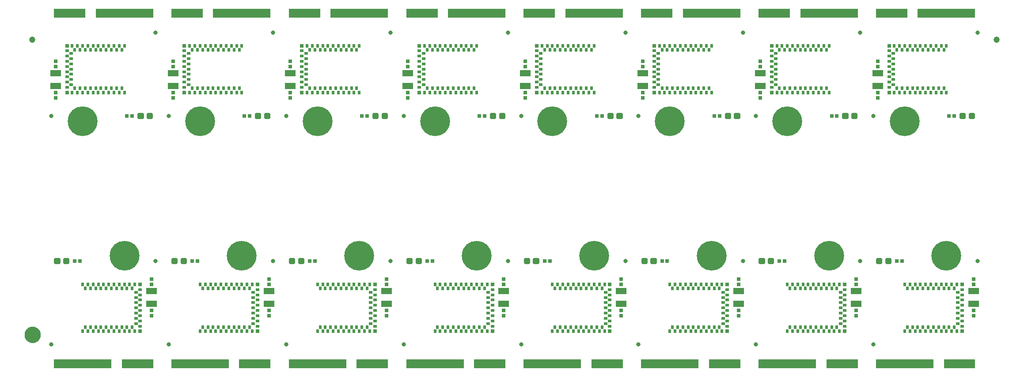
<source format=gts>
G04 EAGLE Gerber RS-274X export*
G75*
%MOMM*%
%FSLAX34Y34*%
%LPD*%
%INSoldermask Top*%
%IPPOS*%
%AMOC8*
5,1,8,0,0,1.08239X$1,22.5*%
G01*
%ADD10R,0.603200X0.803200*%
%ADD11R,0.803200X0.803200*%
%ADD12R,0.803200X0.603200*%
%ADD13R,2.003200X1.203200*%
%ADD14C,0.505344*%
%ADD15C,0.838200*%
%ADD16R,0.553200X1.653200*%
%ADD17C,5.703200*%
%ADD18C,1.203200*%
%ADD19C,1.270000*%
%ADD20C,1.703200*%


D10*
X70000Y75000D03*
X75000Y83000D03*
X80000Y75000D03*
X85000Y83000D03*
X90000Y75000D03*
X95000Y83000D03*
X100000Y75000D03*
X105000Y83000D03*
X110000Y75000D03*
X115000Y83000D03*
X120000Y75000D03*
X125000Y83000D03*
X130000Y75000D03*
X135000Y83000D03*
X140000Y75000D03*
X145000Y83000D03*
X150000Y75000D03*
X155000Y83000D03*
X160000Y75000D03*
X165000Y83000D03*
X170000Y75000D03*
D11*
X180000Y75000D03*
D12*
X180000Y85000D03*
X172000Y90000D03*
X180000Y95000D03*
X172000Y100000D03*
X180000Y105000D03*
X172000Y110000D03*
X180000Y115000D03*
X172000Y120000D03*
X180000Y125000D03*
X172000Y130000D03*
X180000Y135000D03*
X172000Y140000D03*
X180000Y145000D03*
X172000Y150000D03*
X180000Y155000D03*
D11*
X180000Y165000D03*
D10*
X170000Y165000D03*
X165000Y157000D03*
X160000Y165000D03*
X155000Y157000D03*
X150000Y165000D03*
X145000Y157000D03*
X140000Y165000D03*
X135000Y157000D03*
X130000Y165000D03*
X125000Y157000D03*
X120000Y165000D03*
X115000Y157000D03*
X110000Y165000D03*
X105000Y157000D03*
X100000Y165000D03*
X95000Y157000D03*
X90000Y165000D03*
X85000Y157000D03*
X80000Y165000D03*
X75000Y157000D03*
X70000Y165000D03*
D13*
X202000Y152500D03*
X202000Y127500D03*
D11*
X202000Y105000D03*
X202000Y115000D03*
X202000Y175000D03*
X202000Y165000D03*
D14*
X24720Y206510D02*
X24720Y213490D01*
X24720Y206510D02*
X17740Y206510D01*
X17740Y213490D01*
X24720Y213490D01*
X24720Y211310D02*
X17740Y211310D01*
X42260Y213490D02*
X42260Y206510D01*
X35280Y206510D01*
X35280Y213490D01*
X42260Y213490D01*
X42260Y211310D02*
X35280Y211310D01*
D11*
X55000Y210000D03*
X65000Y210000D03*
D15*
X10000Y50000D03*
X210000Y210000D03*
D16*
X202500Y12750D03*
X197500Y12750D03*
X192500Y12750D03*
X187500Y12750D03*
X182500Y12750D03*
X177500Y12750D03*
X172500Y12750D03*
X167500Y12750D03*
X162500Y12750D03*
X157500Y12750D03*
X152500Y12750D03*
X147500Y12750D03*
X122500Y12750D03*
X117500Y12750D03*
X112500Y12750D03*
X107500Y12750D03*
X102500Y12750D03*
X97500Y12750D03*
X92500Y12750D03*
X87500Y12750D03*
X82500Y12750D03*
X77500Y12750D03*
X72500Y12750D03*
X67500Y12750D03*
X62500Y12750D03*
X57500Y12750D03*
X52500Y12750D03*
X47500Y12750D03*
X42500Y12750D03*
X37500Y12750D03*
X32500Y12750D03*
X27500Y12750D03*
X22500Y12750D03*
X17500Y12750D03*
D17*
X150000Y220000D03*
D10*
X295069Y75000D03*
X300069Y83000D03*
X305069Y75000D03*
X310069Y83000D03*
X315069Y75000D03*
X320069Y83000D03*
X325069Y75000D03*
X330069Y83000D03*
X335069Y75000D03*
X340069Y83000D03*
X345069Y75000D03*
X350069Y83000D03*
X355069Y75000D03*
X360069Y83000D03*
X365069Y75000D03*
X370069Y83000D03*
X375069Y75000D03*
X380069Y83000D03*
X385069Y75000D03*
X390069Y83000D03*
X395069Y75000D03*
D11*
X405069Y75000D03*
D12*
X405069Y85000D03*
X397069Y90000D03*
X405069Y95000D03*
X397069Y100000D03*
X405069Y105000D03*
X397069Y110000D03*
X405069Y115000D03*
X397069Y120000D03*
X405069Y125000D03*
X397069Y130000D03*
X405069Y135000D03*
X397069Y140000D03*
X405069Y145000D03*
X397069Y150000D03*
X405069Y155000D03*
D11*
X405069Y165000D03*
D10*
X395069Y165000D03*
X390069Y157000D03*
X385069Y165000D03*
X380069Y157000D03*
X375069Y165000D03*
X370069Y157000D03*
X365069Y165000D03*
X360069Y157000D03*
X355069Y165000D03*
X350069Y157000D03*
X345069Y165000D03*
X340069Y157000D03*
X335069Y165000D03*
X330069Y157000D03*
X325069Y165000D03*
X320069Y157000D03*
X315069Y165000D03*
X310069Y157000D03*
X305069Y165000D03*
X300069Y157000D03*
X295069Y165000D03*
D13*
X427069Y152500D03*
X427069Y127500D03*
D11*
X427069Y105000D03*
X427069Y115000D03*
X427069Y175000D03*
X427069Y165000D03*
D14*
X249789Y206510D02*
X249789Y213490D01*
X249789Y206510D02*
X242809Y206510D01*
X242809Y213490D01*
X249789Y213490D01*
X249789Y211310D02*
X242809Y211310D01*
X267329Y213490D02*
X267329Y206510D01*
X260349Y206510D01*
X260349Y213490D01*
X267329Y213490D01*
X267329Y211310D02*
X260349Y211310D01*
D11*
X280069Y210000D03*
X290069Y210000D03*
D15*
X235069Y50000D03*
X435069Y210000D03*
D16*
X427569Y12750D03*
X422569Y12750D03*
X417569Y12750D03*
X412569Y12750D03*
X407569Y12750D03*
X402569Y12750D03*
X397569Y12750D03*
X392569Y12750D03*
X387569Y12750D03*
X382569Y12750D03*
X377569Y12750D03*
X372569Y12750D03*
X347569Y12750D03*
X342569Y12750D03*
X337569Y12750D03*
X332569Y12750D03*
X327569Y12750D03*
X322569Y12750D03*
X317569Y12750D03*
X312569Y12750D03*
X307569Y12750D03*
X302569Y12750D03*
X297569Y12750D03*
X292569Y12750D03*
X287569Y12750D03*
X282569Y12750D03*
X277569Y12750D03*
X272569Y12750D03*
X267569Y12750D03*
X262569Y12750D03*
X257569Y12750D03*
X252569Y12750D03*
X247569Y12750D03*
X242569Y12750D03*
D17*
X375069Y220000D03*
D10*
X520164Y75000D03*
X525164Y83000D03*
X530164Y75000D03*
X535164Y83000D03*
X540164Y75000D03*
X545164Y83000D03*
X550164Y75000D03*
X555164Y83000D03*
X560164Y75000D03*
X565164Y83000D03*
X570164Y75000D03*
X575164Y83000D03*
X580164Y75000D03*
X585164Y83000D03*
X590164Y75000D03*
X595164Y83000D03*
X600164Y75000D03*
X605164Y83000D03*
X610164Y75000D03*
X615164Y83000D03*
X620164Y75000D03*
D11*
X630164Y75000D03*
D12*
X630164Y85000D03*
X622164Y90000D03*
X630164Y95000D03*
X622164Y100000D03*
X630164Y105000D03*
X622164Y110000D03*
X630164Y115000D03*
X622164Y120000D03*
X630164Y125000D03*
X622164Y130000D03*
X630164Y135000D03*
X622164Y140000D03*
X630164Y145000D03*
X622164Y150000D03*
X630164Y155000D03*
D11*
X630164Y165000D03*
D10*
X620164Y165000D03*
X615164Y157000D03*
X610164Y165000D03*
X605164Y157000D03*
X600164Y165000D03*
X595164Y157000D03*
X590164Y165000D03*
X585164Y157000D03*
X580164Y165000D03*
X575164Y157000D03*
X570164Y165000D03*
X565164Y157000D03*
X560164Y165000D03*
X555164Y157000D03*
X550164Y165000D03*
X545164Y157000D03*
X540164Y165000D03*
X535164Y157000D03*
X530164Y165000D03*
X525164Y157000D03*
X520164Y165000D03*
D13*
X652164Y152500D03*
X652164Y127500D03*
D11*
X652164Y105000D03*
X652164Y115000D03*
X652164Y175000D03*
X652164Y165000D03*
D14*
X474884Y206510D02*
X474884Y213490D01*
X474884Y206510D02*
X467904Y206510D01*
X467904Y213490D01*
X474884Y213490D01*
X474884Y211310D02*
X467904Y211310D01*
X492424Y213490D02*
X492424Y206510D01*
X485444Y206510D01*
X485444Y213490D01*
X492424Y213490D01*
X492424Y211310D02*
X485444Y211310D01*
D11*
X505164Y210000D03*
X515164Y210000D03*
D15*
X460164Y50000D03*
X660164Y210000D03*
D16*
X652664Y12750D03*
X647664Y12750D03*
X642664Y12750D03*
X637664Y12750D03*
X632664Y12750D03*
X627664Y12750D03*
X622664Y12750D03*
X617664Y12750D03*
X612664Y12750D03*
X607664Y12750D03*
X602664Y12750D03*
X597664Y12750D03*
X572664Y12750D03*
X567664Y12750D03*
X562664Y12750D03*
X557664Y12750D03*
X552664Y12750D03*
X547664Y12750D03*
X542664Y12750D03*
X537664Y12750D03*
X532664Y12750D03*
X527664Y12750D03*
X522664Y12750D03*
X517664Y12750D03*
X512664Y12750D03*
X507664Y12750D03*
X502664Y12750D03*
X497664Y12750D03*
X492664Y12750D03*
X487664Y12750D03*
X482664Y12750D03*
X477664Y12750D03*
X472664Y12750D03*
X467664Y12750D03*
D17*
X600164Y220000D03*
D10*
X745234Y75000D03*
X750234Y83000D03*
X755234Y75000D03*
X760234Y83000D03*
X765234Y75000D03*
X770234Y83000D03*
X775234Y75000D03*
X780234Y83000D03*
X785234Y75000D03*
X790234Y83000D03*
X795234Y75000D03*
X800234Y83000D03*
X805234Y75000D03*
X810234Y83000D03*
X815234Y75000D03*
X820234Y83000D03*
X825234Y75000D03*
X830234Y83000D03*
X835234Y75000D03*
X840234Y83000D03*
X845234Y75000D03*
D11*
X855234Y75000D03*
D12*
X855234Y85000D03*
X847234Y90000D03*
X855234Y95000D03*
X847234Y100000D03*
X855234Y105000D03*
X847234Y110000D03*
X855234Y115000D03*
X847234Y120000D03*
X855234Y125000D03*
X847234Y130000D03*
X855234Y135000D03*
X847234Y140000D03*
X855234Y145000D03*
X847234Y150000D03*
X855234Y155000D03*
D11*
X855234Y165000D03*
D10*
X845234Y165000D03*
X840234Y157000D03*
X835234Y165000D03*
X830234Y157000D03*
X825234Y165000D03*
X820234Y157000D03*
X815234Y165000D03*
X810234Y157000D03*
X805234Y165000D03*
X800234Y157000D03*
X795234Y165000D03*
X790234Y157000D03*
X785234Y165000D03*
X780234Y157000D03*
X775234Y165000D03*
X770234Y157000D03*
X765234Y165000D03*
X760234Y157000D03*
X755234Y165000D03*
X750234Y157000D03*
X745234Y165000D03*
D13*
X877234Y152500D03*
X877234Y127500D03*
D11*
X877234Y105000D03*
X877234Y115000D03*
X877234Y175000D03*
X877234Y165000D03*
D14*
X699954Y206510D02*
X699954Y213490D01*
X699954Y206510D02*
X692974Y206510D01*
X692974Y213490D01*
X699954Y213490D01*
X699954Y211310D02*
X692974Y211310D01*
X717494Y213490D02*
X717494Y206510D01*
X710514Y206510D01*
X710514Y213490D01*
X717494Y213490D01*
X717494Y211310D02*
X710514Y211310D01*
D11*
X730234Y210000D03*
X740234Y210000D03*
D15*
X685234Y50000D03*
X885234Y210000D03*
D16*
X877734Y12750D03*
X872734Y12750D03*
X867734Y12750D03*
X862734Y12750D03*
X857734Y12750D03*
X852734Y12750D03*
X847734Y12750D03*
X842734Y12750D03*
X837734Y12750D03*
X832734Y12750D03*
X827734Y12750D03*
X822734Y12750D03*
X797734Y12750D03*
X792734Y12750D03*
X787734Y12750D03*
X782734Y12750D03*
X777734Y12750D03*
X772734Y12750D03*
X767734Y12750D03*
X762734Y12750D03*
X757734Y12750D03*
X752734Y12750D03*
X747734Y12750D03*
X742734Y12750D03*
X737734Y12750D03*
X732734Y12750D03*
X727734Y12750D03*
X722734Y12750D03*
X717734Y12750D03*
X712734Y12750D03*
X707734Y12750D03*
X702734Y12750D03*
X697734Y12750D03*
X692734Y12750D03*
D17*
X825234Y220000D03*
D10*
X970328Y75000D03*
X975328Y83000D03*
X980328Y75000D03*
X985328Y83000D03*
X990328Y75000D03*
X995328Y83000D03*
X1000328Y75000D03*
X1005328Y83000D03*
X1010328Y75000D03*
X1015328Y83000D03*
X1020328Y75000D03*
X1025328Y83000D03*
X1030328Y75000D03*
X1035328Y83000D03*
X1040328Y75000D03*
X1045328Y83000D03*
X1050328Y75000D03*
X1055328Y83000D03*
X1060328Y75000D03*
X1065328Y83000D03*
X1070328Y75000D03*
D11*
X1080328Y75000D03*
D12*
X1080328Y85000D03*
X1072328Y90000D03*
X1080328Y95000D03*
X1072328Y100000D03*
X1080328Y105000D03*
X1072328Y110000D03*
X1080328Y115000D03*
X1072328Y120000D03*
X1080328Y125000D03*
X1072328Y130000D03*
X1080328Y135000D03*
X1072328Y140000D03*
X1080328Y145000D03*
X1072328Y150000D03*
X1080328Y155000D03*
D11*
X1080328Y165000D03*
D10*
X1070328Y165000D03*
X1065328Y157000D03*
X1060328Y165000D03*
X1055328Y157000D03*
X1050328Y165000D03*
X1045328Y157000D03*
X1040328Y165000D03*
X1035328Y157000D03*
X1030328Y165000D03*
X1025328Y157000D03*
X1020328Y165000D03*
X1015328Y157000D03*
X1010328Y165000D03*
X1005328Y157000D03*
X1000328Y165000D03*
X995328Y157000D03*
X990328Y165000D03*
X985328Y157000D03*
X980328Y165000D03*
X975328Y157000D03*
X970328Y165000D03*
D13*
X1102328Y152500D03*
X1102328Y127500D03*
D11*
X1102328Y105000D03*
X1102328Y115000D03*
X1102328Y175000D03*
X1102328Y165000D03*
D14*
X925048Y206510D02*
X925048Y213490D01*
X925048Y206510D02*
X918068Y206510D01*
X918068Y213490D01*
X925048Y213490D01*
X925048Y211310D02*
X918068Y211310D01*
X942588Y213490D02*
X942588Y206510D01*
X935608Y206510D01*
X935608Y213490D01*
X942588Y213490D01*
X942588Y211310D02*
X935608Y211310D01*
D11*
X955328Y210000D03*
X965328Y210000D03*
D15*
X910328Y50000D03*
X1110328Y210000D03*
D16*
X1102828Y12750D03*
X1097828Y12750D03*
X1092828Y12750D03*
X1087828Y12750D03*
X1082828Y12750D03*
X1077828Y12750D03*
X1072828Y12750D03*
X1067828Y12750D03*
X1062828Y12750D03*
X1057828Y12750D03*
X1052828Y12750D03*
X1047828Y12750D03*
X1022828Y12750D03*
X1017828Y12750D03*
X1012828Y12750D03*
X1007828Y12750D03*
X1002828Y12750D03*
X997828Y12750D03*
X992828Y12750D03*
X987828Y12750D03*
X982828Y12750D03*
X977828Y12750D03*
X972828Y12750D03*
X967828Y12750D03*
X962828Y12750D03*
X957828Y12750D03*
X952828Y12750D03*
X947828Y12750D03*
X942828Y12750D03*
X937828Y12750D03*
X932828Y12750D03*
X927828Y12750D03*
X922828Y12750D03*
X917828Y12750D03*
D17*
X1050328Y220000D03*
D10*
X1195398Y75000D03*
X1200398Y83000D03*
X1205398Y75000D03*
X1210398Y83000D03*
X1215398Y75000D03*
X1220398Y83000D03*
X1225398Y75000D03*
X1230398Y83000D03*
X1235398Y75000D03*
X1240398Y83000D03*
X1245398Y75000D03*
X1250398Y83000D03*
X1255398Y75000D03*
X1260398Y83000D03*
X1265398Y75000D03*
X1270398Y83000D03*
X1275398Y75000D03*
X1280398Y83000D03*
X1285398Y75000D03*
X1290398Y83000D03*
X1295398Y75000D03*
D11*
X1305398Y75000D03*
D12*
X1305398Y85000D03*
X1297398Y90000D03*
X1305398Y95000D03*
X1297398Y100000D03*
X1305398Y105000D03*
X1297398Y110000D03*
X1305398Y115000D03*
X1297398Y120000D03*
X1305398Y125000D03*
X1297398Y130000D03*
X1305398Y135000D03*
X1297398Y140000D03*
X1305398Y145000D03*
X1297398Y150000D03*
X1305398Y155000D03*
D11*
X1305398Y165000D03*
D10*
X1295398Y165000D03*
X1290398Y157000D03*
X1285398Y165000D03*
X1280398Y157000D03*
X1275398Y165000D03*
X1270398Y157000D03*
X1265398Y165000D03*
X1260398Y157000D03*
X1255398Y165000D03*
X1250398Y157000D03*
X1245398Y165000D03*
X1240398Y157000D03*
X1235398Y165000D03*
X1230398Y157000D03*
X1225398Y165000D03*
X1220398Y157000D03*
X1215398Y165000D03*
X1210398Y157000D03*
X1205398Y165000D03*
X1200398Y157000D03*
X1195398Y165000D03*
D13*
X1327398Y152500D03*
X1327398Y127500D03*
D11*
X1327398Y105000D03*
X1327398Y115000D03*
X1327398Y175000D03*
X1327398Y165000D03*
D14*
X1150118Y206510D02*
X1150118Y213490D01*
X1150118Y206510D02*
X1143138Y206510D01*
X1143138Y213490D01*
X1150118Y213490D01*
X1150118Y211310D02*
X1143138Y211310D01*
X1167658Y213490D02*
X1167658Y206510D01*
X1160678Y206510D01*
X1160678Y213490D01*
X1167658Y213490D01*
X1167658Y211310D02*
X1160678Y211310D01*
D11*
X1180398Y210000D03*
X1190398Y210000D03*
D15*
X1135398Y50000D03*
X1335398Y210000D03*
D16*
X1327898Y12750D03*
X1322898Y12750D03*
X1317898Y12750D03*
X1312898Y12750D03*
X1307898Y12750D03*
X1302898Y12750D03*
X1297898Y12750D03*
X1292898Y12750D03*
X1287898Y12750D03*
X1282898Y12750D03*
X1277898Y12750D03*
X1272898Y12750D03*
X1247898Y12750D03*
X1242898Y12750D03*
X1237898Y12750D03*
X1232898Y12750D03*
X1227898Y12750D03*
X1222898Y12750D03*
X1217898Y12750D03*
X1212898Y12750D03*
X1207898Y12750D03*
X1202898Y12750D03*
X1197898Y12750D03*
X1192898Y12750D03*
X1187898Y12750D03*
X1182898Y12750D03*
X1177898Y12750D03*
X1172898Y12750D03*
X1167898Y12750D03*
X1162898Y12750D03*
X1157898Y12750D03*
X1152898Y12750D03*
X1147898Y12750D03*
X1142898Y12750D03*
D17*
X1275398Y220000D03*
D10*
X1420493Y75000D03*
X1425493Y83000D03*
X1430493Y75000D03*
X1435493Y83000D03*
X1440493Y75000D03*
X1445493Y83000D03*
X1450493Y75000D03*
X1455493Y83000D03*
X1460493Y75000D03*
X1465493Y83000D03*
X1470493Y75000D03*
X1475493Y83000D03*
X1480493Y75000D03*
X1485493Y83000D03*
X1490493Y75000D03*
X1495493Y83000D03*
X1500493Y75000D03*
X1505493Y83000D03*
X1510493Y75000D03*
X1515493Y83000D03*
X1520493Y75000D03*
D11*
X1530493Y75000D03*
D12*
X1530493Y85000D03*
X1522493Y90000D03*
X1530493Y95000D03*
X1522493Y100000D03*
X1530493Y105000D03*
X1522493Y110000D03*
X1530493Y115000D03*
X1522493Y120000D03*
X1530493Y125000D03*
X1522493Y130000D03*
X1530493Y135000D03*
X1522493Y140000D03*
X1530493Y145000D03*
X1522493Y150000D03*
X1530493Y155000D03*
D11*
X1530493Y165000D03*
D10*
X1520493Y165000D03*
X1515493Y157000D03*
X1510493Y165000D03*
X1505493Y157000D03*
X1500493Y165000D03*
X1495493Y157000D03*
X1490493Y165000D03*
X1485493Y157000D03*
X1480493Y165000D03*
X1475493Y157000D03*
X1470493Y165000D03*
X1465493Y157000D03*
X1460493Y165000D03*
X1455493Y157000D03*
X1450493Y165000D03*
X1445493Y157000D03*
X1440493Y165000D03*
X1435493Y157000D03*
X1430493Y165000D03*
X1425493Y157000D03*
X1420493Y165000D03*
D13*
X1552493Y152500D03*
X1552493Y127500D03*
D11*
X1552493Y105000D03*
X1552493Y115000D03*
X1552493Y175000D03*
X1552493Y165000D03*
D14*
X1375213Y206510D02*
X1375213Y213490D01*
X1375213Y206510D02*
X1368233Y206510D01*
X1368233Y213490D01*
X1375213Y213490D01*
X1375213Y211310D02*
X1368233Y211310D01*
X1392753Y213490D02*
X1392753Y206510D01*
X1385773Y206510D01*
X1385773Y213490D01*
X1392753Y213490D01*
X1392753Y211310D02*
X1385773Y211310D01*
D11*
X1405493Y210000D03*
X1415493Y210000D03*
D15*
X1360493Y50000D03*
X1560493Y210000D03*
D16*
X1552993Y12750D03*
X1547993Y12750D03*
X1542993Y12750D03*
X1537993Y12750D03*
X1532993Y12750D03*
X1527993Y12750D03*
X1522993Y12750D03*
X1517993Y12750D03*
X1512993Y12750D03*
X1507993Y12750D03*
X1502993Y12750D03*
X1497993Y12750D03*
X1472993Y12750D03*
X1467993Y12750D03*
X1462993Y12750D03*
X1457993Y12750D03*
X1452993Y12750D03*
X1447993Y12750D03*
X1442993Y12750D03*
X1437993Y12750D03*
X1432993Y12750D03*
X1427993Y12750D03*
X1422993Y12750D03*
X1417993Y12750D03*
X1412993Y12750D03*
X1407993Y12750D03*
X1402993Y12750D03*
X1397993Y12750D03*
X1392993Y12750D03*
X1387993Y12750D03*
X1382993Y12750D03*
X1377993Y12750D03*
X1372993Y12750D03*
X1367993Y12750D03*
D17*
X1500493Y220000D03*
D10*
X1645562Y75000D03*
X1650562Y83000D03*
X1655562Y75000D03*
X1660562Y83000D03*
X1665562Y75000D03*
X1670562Y83000D03*
X1675562Y75000D03*
X1680562Y83000D03*
X1685562Y75000D03*
X1690562Y83000D03*
X1695562Y75000D03*
X1700562Y83000D03*
X1705562Y75000D03*
X1710562Y83000D03*
X1715562Y75000D03*
X1720562Y83000D03*
X1725562Y75000D03*
X1730562Y83000D03*
X1735562Y75000D03*
X1740562Y83000D03*
X1745562Y75000D03*
D11*
X1755562Y75000D03*
D12*
X1755562Y85000D03*
X1747562Y90000D03*
X1755562Y95000D03*
X1747562Y100000D03*
X1755562Y105000D03*
X1747562Y110000D03*
X1755562Y115000D03*
X1747562Y120000D03*
X1755562Y125000D03*
X1747562Y130000D03*
X1755562Y135000D03*
X1747562Y140000D03*
X1755562Y145000D03*
X1747562Y150000D03*
X1755562Y155000D03*
D11*
X1755562Y165000D03*
D10*
X1745562Y165000D03*
X1740562Y157000D03*
X1735562Y165000D03*
X1730562Y157000D03*
X1725562Y165000D03*
X1720562Y157000D03*
X1715562Y165000D03*
X1710562Y157000D03*
X1705562Y165000D03*
X1700562Y157000D03*
X1695562Y165000D03*
X1690562Y157000D03*
X1685562Y165000D03*
X1680562Y157000D03*
X1675562Y165000D03*
X1670562Y157000D03*
X1665562Y165000D03*
X1660562Y157000D03*
X1655562Y165000D03*
X1650562Y157000D03*
X1645562Y165000D03*
D13*
X1777562Y152500D03*
X1777562Y127500D03*
D11*
X1777562Y105000D03*
X1777562Y115000D03*
X1777562Y175000D03*
X1777562Y165000D03*
D14*
X1600282Y206510D02*
X1600282Y213490D01*
X1600282Y206510D02*
X1593302Y206510D01*
X1593302Y213490D01*
X1600282Y213490D01*
X1600282Y211310D02*
X1593302Y211310D01*
X1617822Y213490D02*
X1617822Y206510D01*
X1610842Y206510D01*
X1610842Y213490D01*
X1617822Y213490D01*
X1617822Y211310D02*
X1610842Y211310D01*
D11*
X1630562Y210000D03*
X1640562Y210000D03*
D15*
X1585562Y50000D03*
X1785562Y210000D03*
D16*
X1778062Y12750D03*
X1773062Y12750D03*
X1768062Y12750D03*
X1763062Y12750D03*
X1758062Y12750D03*
X1753062Y12750D03*
X1748062Y12750D03*
X1743062Y12750D03*
X1738062Y12750D03*
X1733062Y12750D03*
X1728062Y12750D03*
X1723062Y12750D03*
X1698062Y12750D03*
X1693062Y12750D03*
X1688062Y12750D03*
X1683062Y12750D03*
X1678062Y12750D03*
X1673062Y12750D03*
X1668062Y12750D03*
X1663062Y12750D03*
X1658062Y12750D03*
X1653062Y12750D03*
X1648062Y12750D03*
X1643062Y12750D03*
X1638062Y12750D03*
X1633062Y12750D03*
X1628062Y12750D03*
X1623062Y12750D03*
X1618062Y12750D03*
X1613062Y12750D03*
X1608062Y12750D03*
X1603062Y12750D03*
X1598062Y12750D03*
X1593062Y12750D03*
D17*
X1725562Y220000D03*
D10*
X149989Y623500D03*
X144989Y615500D03*
X139989Y623500D03*
X134989Y615500D03*
X129989Y623500D03*
X124989Y615500D03*
X119989Y623500D03*
X114989Y615500D03*
X109989Y623500D03*
X104989Y615500D03*
X99989Y623500D03*
X94989Y615500D03*
X89989Y623500D03*
X84989Y615500D03*
X79989Y623500D03*
X74989Y615500D03*
X69989Y623500D03*
X64989Y615500D03*
X59989Y623500D03*
X54989Y615500D03*
X49989Y623500D03*
D11*
X39989Y623500D03*
D12*
X39989Y613500D03*
X47989Y608500D03*
X39989Y603500D03*
X47989Y598500D03*
X39989Y593500D03*
X47989Y588500D03*
X39989Y583500D03*
X47989Y578500D03*
X39989Y573500D03*
X47989Y568500D03*
X39989Y563500D03*
X47989Y558500D03*
X39989Y553500D03*
X47989Y548500D03*
X39989Y543500D03*
D11*
X39989Y533500D03*
D10*
X49989Y533500D03*
X54989Y541500D03*
X59989Y533500D03*
X64989Y541500D03*
X69989Y533500D03*
X74989Y541500D03*
X79989Y533500D03*
X84989Y541500D03*
X89989Y533500D03*
X94989Y541500D03*
X99989Y533500D03*
X104989Y541500D03*
X109989Y533500D03*
X114989Y541500D03*
X119989Y533500D03*
X124989Y541500D03*
X129989Y533500D03*
X134989Y541500D03*
X139989Y533500D03*
X144989Y541500D03*
X149989Y533500D03*
D13*
X17989Y546000D03*
X17989Y571000D03*
D11*
X17989Y593500D03*
X17989Y583500D03*
X17989Y523500D03*
X17989Y533500D03*
D14*
X195269Y491990D02*
X195269Y485010D01*
X195269Y491990D02*
X202249Y491990D01*
X202249Y485010D01*
X195269Y485010D01*
X195269Y489810D02*
X202249Y489810D01*
X177729Y491990D02*
X177729Y485010D01*
X177729Y491990D02*
X184709Y491990D01*
X184709Y485010D01*
X177729Y485010D01*
X177729Y489810D02*
X184709Y489810D01*
D11*
X164989Y488500D03*
X154989Y488500D03*
D15*
X209989Y648500D03*
X9989Y488500D03*
D16*
X17489Y685750D03*
X22489Y685750D03*
X27489Y685750D03*
X32489Y685750D03*
X37489Y685750D03*
X42489Y685750D03*
X47489Y685750D03*
X52489Y685750D03*
X57489Y685750D03*
X62489Y685750D03*
X67489Y685750D03*
X72489Y685750D03*
X97489Y685750D03*
X102489Y685750D03*
X107489Y685750D03*
X112489Y685750D03*
X117489Y685750D03*
X122489Y685750D03*
X127489Y685750D03*
X132489Y685750D03*
X137489Y685750D03*
X142489Y685750D03*
X147489Y685750D03*
X152489Y685750D03*
X157489Y685750D03*
X162489Y685750D03*
X167489Y685750D03*
X172489Y685750D03*
X177489Y685750D03*
X182489Y685750D03*
X187489Y685750D03*
X192489Y685750D03*
X197489Y685750D03*
X202489Y685750D03*
D17*
X69989Y478500D03*
D10*
X375084Y623500D03*
X370084Y615500D03*
X365084Y623500D03*
X360084Y615500D03*
X355084Y623500D03*
X350084Y615500D03*
X345084Y623500D03*
X340084Y615500D03*
X335084Y623500D03*
X330084Y615500D03*
X325084Y623500D03*
X320084Y615500D03*
X315084Y623500D03*
X310084Y615500D03*
X305084Y623500D03*
X300084Y615500D03*
X295084Y623500D03*
X290084Y615500D03*
X285084Y623500D03*
X280084Y615500D03*
X275084Y623500D03*
D11*
X265084Y623500D03*
D12*
X265084Y613500D03*
X273084Y608500D03*
X265084Y603500D03*
X273084Y598500D03*
X265084Y593500D03*
X273084Y588500D03*
X265084Y583500D03*
X273084Y578500D03*
X265084Y573500D03*
X273084Y568500D03*
X265084Y563500D03*
X273084Y558500D03*
X265084Y553500D03*
X273084Y548500D03*
X265084Y543500D03*
D11*
X265084Y533500D03*
D10*
X275084Y533500D03*
X280084Y541500D03*
X285084Y533500D03*
X290084Y541500D03*
X295084Y533500D03*
X300084Y541500D03*
X305084Y533500D03*
X310084Y541500D03*
X315084Y533500D03*
X320084Y541500D03*
X325084Y533500D03*
X330084Y541500D03*
X335084Y533500D03*
X340084Y541500D03*
X345084Y533500D03*
X350084Y541500D03*
X355084Y533500D03*
X360084Y541500D03*
X365084Y533500D03*
X370084Y541500D03*
X375084Y533500D03*
D13*
X243084Y546000D03*
X243084Y571000D03*
D11*
X243084Y593500D03*
X243084Y583500D03*
X243084Y523500D03*
X243084Y533500D03*
D14*
X420364Y491990D02*
X420364Y485010D01*
X420364Y491990D02*
X427344Y491990D01*
X427344Y485010D01*
X420364Y485010D01*
X420364Y489810D02*
X427344Y489810D01*
X402824Y491990D02*
X402824Y485010D01*
X402824Y491990D02*
X409804Y491990D01*
X409804Y485010D01*
X402824Y485010D01*
X402824Y489810D02*
X409804Y489810D01*
D11*
X390084Y488500D03*
X380084Y488500D03*
D15*
X435084Y648500D03*
X235084Y488500D03*
D16*
X242584Y685750D03*
X247584Y685750D03*
X252584Y685750D03*
X257584Y685750D03*
X262584Y685750D03*
X267584Y685750D03*
X272584Y685750D03*
X277584Y685750D03*
X282584Y685750D03*
X287584Y685750D03*
X292584Y685750D03*
X297584Y685750D03*
X322584Y685750D03*
X327584Y685750D03*
X332584Y685750D03*
X337584Y685750D03*
X342584Y685750D03*
X347584Y685750D03*
X352584Y685750D03*
X357584Y685750D03*
X362584Y685750D03*
X367584Y685750D03*
X372584Y685750D03*
X377584Y685750D03*
X382584Y685750D03*
X387584Y685750D03*
X392584Y685750D03*
X397584Y685750D03*
X402584Y685750D03*
X407584Y685750D03*
X412584Y685750D03*
X417584Y685750D03*
X422584Y685750D03*
X427584Y685750D03*
D17*
X295084Y478500D03*
D10*
X600154Y623500D03*
X595154Y615500D03*
X590154Y623500D03*
X585154Y615500D03*
X580154Y623500D03*
X575154Y615500D03*
X570154Y623500D03*
X565154Y615500D03*
X560154Y623500D03*
X555154Y615500D03*
X550154Y623500D03*
X545154Y615500D03*
X540154Y623500D03*
X535154Y615500D03*
X530154Y623500D03*
X525154Y615500D03*
X520154Y623500D03*
X515154Y615500D03*
X510154Y623500D03*
X505154Y615500D03*
X500154Y623500D03*
D11*
X490154Y623500D03*
D12*
X490154Y613500D03*
X498154Y608500D03*
X490154Y603500D03*
X498154Y598500D03*
X490154Y593500D03*
X498154Y588500D03*
X490154Y583500D03*
X498154Y578500D03*
X490154Y573500D03*
X498154Y568500D03*
X490154Y563500D03*
X498154Y558500D03*
X490154Y553500D03*
X498154Y548500D03*
X490154Y543500D03*
D11*
X490154Y533500D03*
D10*
X500154Y533500D03*
X505154Y541500D03*
X510154Y533500D03*
X515154Y541500D03*
X520154Y533500D03*
X525154Y541500D03*
X530154Y533500D03*
X535154Y541500D03*
X540154Y533500D03*
X545154Y541500D03*
X550154Y533500D03*
X555154Y541500D03*
X560154Y533500D03*
X565154Y541500D03*
X570154Y533500D03*
X575154Y541500D03*
X580154Y533500D03*
X585154Y541500D03*
X590154Y533500D03*
X595154Y541500D03*
X600154Y533500D03*
D13*
X468154Y546000D03*
X468154Y571000D03*
D11*
X468154Y593500D03*
X468154Y583500D03*
X468154Y523500D03*
X468154Y533500D03*
D14*
X645434Y491990D02*
X645434Y485010D01*
X645434Y491990D02*
X652414Y491990D01*
X652414Y485010D01*
X645434Y485010D01*
X645434Y489810D02*
X652414Y489810D01*
X627894Y491990D02*
X627894Y485010D01*
X627894Y491990D02*
X634874Y491990D01*
X634874Y485010D01*
X627894Y485010D01*
X627894Y489810D02*
X634874Y489810D01*
D11*
X615154Y488500D03*
X605154Y488500D03*
D15*
X660154Y648500D03*
X460154Y488500D03*
D16*
X467654Y685750D03*
X472654Y685750D03*
X477654Y685750D03*
X482654Y685750D03*
X487654Y685750D03*
X492654Y685750D03*
X497654Y685750D03*
X502654Y685750D03*
X507654Y685750D03*
X512654Y685750D03*
X517654Y685750D03*
X522654Y685750D03*
X547654Y685750D03*
X552654Y685750D03*
X557654Y685750D03*
X562654Y685750D03*
X567654Y685750D03*
X572654Y685750D03*
X577654Y685750D03*
X582654Y685750D03*
X587654Y685750D03*
X592654Y685750D03*
X597654Y685750D03*
X602654Y685750D03*
X607654Y685750D03*
X612654Y685750D03*
X617654Y685750D03*
X622654Y685750D03*
X627654Y685750D03*
X632654Y685750D03*
X637654Y685750D03*
X642654Y685750D03*
X647654Y685750D03*
X652654Y685750D03*
D17*
X520154Y478500D03*
D10*
X825248Y623500D03*
X820248Y615500D03*
X815248Y623500D03*
X810248Y615500D03*
X805248Y623500D03*
X800248Y615500D03*
X795248Y623500D03*
X790248Y615500D03*
X785248Y623500D03*
X780248Y615500D03*
X775248Y623500D03*
X770248Y615500D03*
X765248Y623500D03*
X760248Y615500D03*
X755248Y623500D03*
X750248Y615500D03*
X745248Y623500D03*
X740248Y615500D03*
X735248Y623500D03*
X730248Y615500D03*
X725248Y623500D03*
D11*
X715248Y623500D03*
D12*
X715248Y613500D03*
X723248Y608500D03*
X715248Y603500D03*
X723248Y598500D03*
X715248Y593500D03*
X723248Y588500D03*
X715248Y583500D03*
X723248Y578500D03*
X715248Y573500D03*
X723248Y568500D03*
X715248Y563500D03*
X723248Y558500D03*
X715248Y553500D03*
X723248Y548500D03*
X715248Y543500D03*
D11*
X715248Y533500D03*
D10*
X725248Y533500D03*
X730248Y541500D03*
X735248Y533500D03*
X740248Y541500D03*
X745248Y533500D03*
X750248Y541500D03*
X755248Y533500D03*
X760248Y541500D03*
X765248Y533500D03*
X770248Y541500D03*
X775248Y533500D03*
X780248Y541500D03*
X785248Y533500D03*
X790248Y541500D03*
X795248Y533500D03*
X800248Y541500D03*
X805248Y533500D03*
X810248Y541500D03*
X815248Y533500D03*
X820248Y541500D03*
X825248Y533500D03*
D13*
X693248Y546000D03*
X693248Y571000D03*
D11*
X693248Y593500D03*
X693248Y583500D03*
X693248Y523500D03*
X693248Y533500D03*
D14*
X870528Y491990D02*
X870528Y485010D01*
X870528Y491990D02*
X877508Y491990D01*
X877508Y485010D01*
X870528Y485010D01*
X870528Y489810D02*
X877508Y489810D01*
X852988Y491990D02*
X852988Y485010D01*
X852988Y491990D02*
X859968Y491990D01*
X859968Y485010D01*
X852988Y485010D01*
X852988Y489810D02*
X859968Y489810D01*
D11*
X840248Y488500D03*
X830248Y488500D03*
D15*
X885248Y648500D03*
X685248Y488500D03*
D16*
X692748Y685750D03*
X697748Y685750D03*
X702748Y685750D03*
X707748Y685750D03*
X712748Y685750D03*
X717748Y685750D03*
X722748Y685750D03*
X727748Y685750D03*
X732748Y685750D03*
X737748Y685750D03*
X742748Y685750D03*
X747748Y685750D03*
X772748Y685750D03*
X777748Y685750D03*
X782748Y685750D03*
X787748Y685750D03*
X792748Y685750D03*
X797748Y685750D03*
X802748Y685750D03*
X807748Y685750D03*
X812748Y685750D03*
X817748Y685750D03*
X822748Y685750D03*
X827748Y685750D03*
X832748Y685750D03*
X837748Y685750D03*
X842748Y685750D03*
X847748Y685750D03*
X852748Y685750D03*
X857748Y685750D03*
X862748Y685750D03*
X867748Y685750D03*
X872748Y685750D03*
X877748Y685750D03*
D17*
X745248Y478500D03*
D10*
X1050318Y623500D03*
X1045318Y615500D03*
X1040318Y623500D03*
X1035318Y615500D03*
X1030318Y623500D03*
X1025318Y615500D03*
X1020318Y623500D03*
X1015318Y615500D03*
X1010318Y623500D03*
X1005318Y615500D03*
X1000318Y623500D03*
X995318Y615500D03*
X990318Y623500D03*
X985318Y615500D03*
X980318Y623500D03*
X975318Y615500D03*
X970318Y623500D03*
X965318Y615500D03*
X960318Y623500D03*
X955318Y615500D03*
X950318Y623500D03*
D11*
X940318Y623500D03*
D12*
X940318Y613500D03*
X948318Y608500D03*
X940318Y603500D03*
X948318Y598500D03*
X940318Y593500D03*
X948318Y588500D03*
X940318Y583500D03*
X948318Y578500D03*
X940318Y573500D03*
X948318Y568500D03*
X940318Y563500D03*
X948318Y558500D03*
X940318Y553500D03*
X948318Y548500D03*
X940318Y543500D03*
D11*
X940318Y533500D03*
D10*
X950318Y533500D03*
X955318Y541500D03*
X960318Y533500D03*
X965318Y541500D03*
X970318Y533500D03*
X975318Y541500D03*
X980318Y533500D03*
X985318Y541500D03*
X990318Y533500D03*
X995318Y541500D03*
X1000318Y533500D03*
X1005318Y541500D03*
X1010318Y533500D03*
X1015318Y541500D03*
X1020318Y533500D03*
X1025318Y541500D03*
X1030318Y533500D03*
X1035318Y541500D03*
X1040318Y533500D03*
X1045318Y541500D03*
X1050318Y533500D03*
D13*
X918318Y546000D03*
X918318Y571000D03*
D11*
X918318Y593500D03*
X918318Y583500D03*
X918318Y523500D03*
X918318Y533500D03*
D14*
X1095598Y491990D02*
X1095598Y485010D01*
X1095598Y491990D02*
X1102578Y491990D01*
X1102578Y485010D01*
X1095598Y485010D01*
X1095598Y489810D02*
X1102578Y489810D01*
X1078058Y491990D02*
X1078058Y485010D01*
X1078058Y491990D02*
X1085038Y491990D01*
X1085038Y485010D01*
X1078058Y485010D01*
X1078058Y489810D02*
X1085038Y489810D01*
D11*
X1065318Y488500D03*
X1055318Y488500D03*
D15*
X1110318Y648500D03*
X910318Y488500D03*
D16*
X917818Y685750D03*
X922818Y685750D03*
X927818Y685750D03*
X932818Y685750D03*
X937818Y685750D03*
X942818Y685750D03*
X947818Y685750D03*
X952818Y685750D03*
X957818Y685750D03*
X962818Y685750D03*
X967818Y685750D03*
X972818Y685750D03*
X997818Y685750D03*
X1002818Y685750D03*
X1007818Y685750D03*
X1012818Y685750D03*
X1017818Y685750D03*
X1022818Y685750D03*
X1027818Y685750D03*
X1032818Y685750D03*
X1037818Y685750D03*
X1042818Y685750D03*
X1047818Y685750D03*
X1052818Y685750D03*
X1057818Y685750D03*
X1062818Y685750D03*
X1067818Y685750D03*
X1072818Y685750D03*
X1077818Y685750D03*
X1082818Y685750D03*
X1087818Y685750D03*
X1092818Y685750D03*
X1097818Y685750D03*
X1102818Y685750D03*
D17*
X970318Y478500D03*
D10*
X1275413Y623500D03*
X1270413Y615500D03*
X1265413Y623500D03*
X1260413Y615500D03*
X1255413Y623500D03*
X1250413Y615500D03*
X1245413Y623500D03*
X1240413Y615500D03*
X1235413Y623500D03*
X1230413Y615500D03*
X1225413Y623500D03*
X1220413Y615500D03*
X1215413Y623500D03*
X1210413Y615500D03*
X1205413Y623500D03*
X1200413Y615500D03*
X1195413Y623500D03*
X1190413Y615500D03*
X1185413Y623500D03*
X1180413Y615500D03*
X1175413Y623500D03*
D11*
X1165413Y623500D03*
D12*
X1165413Y613500D03*
X1173413Y608500D03*
X1165413Y603500D03*
X1173413Y598500D03*
X1165413Y593500D03*
X1173413Y588500D03*
X1165413Y583500D03*
X1173413Y578500D03*
X1165413Y573500D03*
X1173413Y568500D03*
X1165413Y563500D03*
X1173413Y558500D03*
X1165413Y553500D03*
X1173413Y548500D03*
X1165413Y543500D03*
D11*
X1165413Y533500D03*
D10*
X1175413Y533500D03*
X1180413Y541500D03*
X1185413Y533500D03*
X1190413Y541500D03*
X1195413Y533500D03*
X1200413Y541500D03*
X1205413Y533500D03*
X1210413Y541500D03*
X1215413Y533500D03*
X1220413Y541500D03*
X1225413Y533500D03*
X1230413Y541500D03*
X1235413Y533500D03*
X1240413Y541500D03*
X1245413Y533500D03*
X1250413Y541500D03*
X1255413Y533500D03*
X1260413Y541500D03*
X1265413Y533500D03*
X1270413Y541500D03*
X1275413Y533500D03*
D13*
X1143413Y546000D03*
X1143413Y571000D03*
D11*
X1143413Y593500D03*
X1143413Y583500D03*
X1143413Y523500D03*
X1143413Y533500D03*
D14*
X1320693Y491990D02*
X1320693Y485010D01*
X1320693Y491990D02*
X1327673Y491990D01*
X1327673Y485010D01*
X1320693Y485010D01*
X1320693Y489810D02*
X1327673Y489810D01*
X1303153Y491990D02*
X1303153Y485010D01*
X1303153Y491990D02*
X1310133Y491990D01*
X1310133Y485010D01*
X1303153Y485010D01*
X1303153Y489810D02*
X1310133Y489810D01*
D11*
X1290413Y488500D03*
X1280413Y488500D03*
D15*
X1335413Y648500D03*
X1135413Y488500D03*
D16*
X1142913Y685750D03*
X1147913Y685750D03*
X1152913Y685750D03*
X1157913Y685750D03*
X1162913Y685750D03*
X1167913Y685750D03*
X1172913Y685750D03*
X1177913Y685750D03*
X1182913Y685750D03*
X1187913Y685750D03*
X1192913Y685750D03*
X1197913Y685750D03*
X1222913Y685750D03*
X1227913Y685750D03*
X1232913Y685750D03*
X1237913Y685750D03*
X1242913Y685750D03*
X1247913Y685750D03*
X1252913Y685750D03*
X1257913Y685750D03*
X1262913Y685750D03*
X1267913Y685750D03*
X1272913Y685750D03*
X1277913Y685750D03*
X1282913Y685750D03*
X1287913Y685750D03*
X1292913Y685750D03*
X1297913Y685750D03*
X1302913Y685750D03*
X1307913Y685750D03*
X1312913Y685750D03*
X1317913Y685750D03*
X1322913Y685750D03*
X1327913Y685750D03*
D17*
X1195413Y478500D03*
D10*
X1500482Y623500D03*
X1495482Y615500D03*
X1490482Y623500D03*
X1485482Y615500D03*
X1480482Y623500D03*
X1475482Y615500D03*
X1470482Y623500D03*
X1465482Y615500D03*
X1460482Y623500D03*
X1455482Y615500D03*
X1450482Y623500D03*
X1445482Y615500D03*
X1440482Y623500D03*
X1435482Y615500D03*
X1430482Y623500D03*
X1425482Y615500D03*
X1420482Y623500D03*
X1415482Y615500D03*
X1410482Y623500D03*
X1405482Y615500D03*
X1400482Y623500D03*
D11*
X1390482Y623500D03*
D12*
X1390482Y613500D03*
X1398482Y608500D03*
X1390482Y603500D03*
X1398482Y598500D03*
X1390482Y593500D03*
X1398482Y588500D03*
X1390482Y583500D03*
X1398482Y578500D03*
X1390482Y573500D03*
X1398482Y568500D03*
X1390482Y563500D03*
X1398482Y558500D03*
X1390482Y553500D03*
X1398482Y548500D03*
X1390482Y543500D03*
D11*
X1390482Y533500D03*
D10*
X1400482Y533500D03*
X1405482Y541500D03*
X1410482Y533500D03*
X1415482Y541500D03*
X1420482Y533500D03*
X1425482Y541500D03*
X1430482Y533500D03*
X1435482Y541500D03*
X1440482Y533500D03*
X1445482Y541500D03*
X1450482Y533500D03*
X1455482Y541500D03*
X1460482Y533500D03*
X1465482Y541500D03*
X1470482Y533500D03*
X1475482Y541500D03*
X1480482Y533500D03*
X1485482Y541500D03*
X1490482Y533500D03*
X1495482Y541500D03*
X1500482Y533500D03*
D13*
X1368482Y546000D03*
X1368482Y571000D03*
D11*
X1368482Y593500D03*
X1368482Y583500D03*
X1368482Y523500D03*
X1368482Y533500D03*
D14*
X1545762Y491990D02*
X1545762Y485010D01*
X1545762Y491990D02*
X1552742Y491990D01*
X1552742Y485010D01*
X1545762Y485010D01*
X1545762Y489810D02*
X1552742Y489810D01*
X1528222Y491990D02*
X1528222Y485010D01*
X1528222Y491990D02*
X1535202Y491990D01*
X1535202Y485010D01*
X1528222Y485010D01*
X1528222Y489810D02*
X1535202Y489810D01*
D11*
X1515482Y488500D03*
X1505482Y488500D03*
D15*
X1560482Y648500D03*
X1360482Y488500D03*
D16*
X1367982Y685750D03*
X1372982Y685750D03*
X1377982Y685750D03*
X1382982Y685750D03*
X1387982Y685750D03*
X1392982Y685750D03*
X1397982Y685750D03*
X1402982Y685750D03*
X1407982Y685750D03*
X1412982Y685750D03*
X1417982Y685750D03*
X1422982Y685750D03*
X1447982Y685750D03*
X1452982Y685750D03*
X1457982Y685750D03*
X1462982Y685750D03*
X1467982Y685750D03*
X1472982Y685750D03*
X1477982Y685750D03*
X1482982Y685750D03*
X1487982Y685750D03*
X1492982Y685750D03*
X1497982Y685750D03*
X1502982Y685750D03*
X1507982Y685750D03*
X1512982Y685750D03*
X1517982Y685750D03*
X1522982Y685750D03*
X1527982Y685750D03*
X1532982Y685750D03*
X1537982Y685750D03*
X1542982Y685750D03*
X1547982Y685750D03*
X1552982Y685750D03*
D17*
X1420482Y478500D03*
D10*
X1725551Y623500D03*
X1720551Y615500D03*
X1715551Y623500D03*
X1710551Y615500D03*
X1705551Y623500D03*
X1700551Y615500D03*
X1695551Y623500D03*
X1690551Y615500D03*
X1685551Y623500D03*
X1680551Y615500D03*
X1675551Y623500D03*
X1670551Y615500D03*
X1665551Y623500D03*
X1660551Y615500D03*
X1655551Y623500D03*
X1650551Y615500D03*
X1645551Y623500D03*
X1640551Y615500D03*
X1635551Y623500D03*
X1630551Y615500D03*
X1625551Y623500D03*
D11*
X1615551Y623500D03*
D12*
X1615551Y613500D03*
X1623551Y608500D03*
X1615551Y603500D03*
X1623551Y598500D03*
X1615551Y593500D03*
X1623551Y588500D03*
X1615551Y583500D03*
X1623551Y578500D03*
X1615551Y573500D03*
X1623551Y568500D03*
X1615551Y563500D03*
X1623551Y558500D03*
X1615551Y553500D03*
X1623551Y548500D03*
X1615551Y543500D03*
D11*
X1615551Y533500D03*
D10*
X1625551Y533500D03*
X1630551Y541500D03*
X1635551Y533500D03*
X1640551Y541500D03*
X1645551Y533500D03*
X1650551Y541500D03*
X1655551Y533500D03*
X1660551Y541500D03*
X1665551Y533500D03*
X1670551Y541500D03*
X1675551Y533500D03*
X1680551Y541500D03*
X1685551Y533500D03*
X1690551Y541500D03*
X1695551Y533500D03*
X1700551Y541500D03*
X1705551Y533500D03*
X1710551Y541500D03*
X1715551Y533500D03*
X1720551Y541500D03*
X1725551Y533500D03*
D13*
X1593551Y546000D03*
X1593551Y571000D03*
D11*
X1593551Y593500D03*
X1593551Y583500D03*
X1593551Y523500D03*
X1593551Y533500D03*
D14*
X1770831Y491990D02*
X1770831Y485010D01*
X1770831Y491990D02*
X1777811Y491990D01*
X1777811Y485010D01*
X1770831Y485010D01*
X1770831Y489810D02*
X1777811Y489810D01*
X1753291Y491990D02*
X1753291Y485010D01*
X1753291Y491990D02*
X1760271Y491990D01*
X1760271Y485010D01*
X1753291Y485010D01*
X1753291Y489810D02*
X1760271Y489810D01*
D11*
X1740551Y488500D03*
X1730551Y488500D03*
D15*
X1785551Y648500D03*
X1585551Y488500D03*
D16*
X1593051Y685750D03*
X1598051Y685750D03*
X1603051Y685750D03*
X1608051Y685750D03*
X1613051Y685750D03*
X1618051Y685750D03*
X1623051Y685750D03*
X1628051Y685750D03*
X1633051Y685750D03*
X1638051Y685750D03*
X1643051Y685750D03*
X1648051Y685750D03*
X1673051Y685750D03*
X1678051Y685750D03*
X1683051Y685750D03*
X1688051Y685750D03*
X1693051Y685750D03*
X1698051Y685750D03*
X1703051Y685750D03*
X1708051Y685750D03*
X1713051Y685750D03*
X1718051Y685750D03*
X1723051Y685750D03*
X1728051Y685750D03*
X1733051Y685750D03*
X1738051Y685750D03*
X1743051Y685750D03*
X1748051Y685750D03*
X1753051Y685750D03*
X1758051Y685750D03*
X1763051Y685750D03*
X1768051Y685750D03*
X1773051Y685750D03*
X1778051Y685750D03*
D17*
X1645551Y478500D03*
D18*
X-26238Y635000D03*
X1821815Y635000D03*
D19*
X-35293Y68580D02*
X-35290Y68802D01*
X-35282Y69024D01*
X-35268Y69246D01*
X-35249Y69468D01*
X-35225Y69688D01*
X-35195Y69909D01*
X-35160Y70128D01*
X-35119Y70347D01*
X-35073Y70564D01*
X-35022Y70780D01*
X-34965Y70995D01*
X-34903Y71209D01*
X-34836Y71420D01*
X-34764Y71631D01*
X-34686Y71839D01*
X-34604Y72045D01*
X-34516Y72249D01*
X-34424Y72452D01*
X-34326Y72651D01*
X-34224Y72848D01*
X-34117Y73043D01*
X-34005Y73235D01*
X-33888Y73424D01*
X-33767Y73611D01*
X-33641Y73794D01*
X-33511Y73974D01*
X-33376Y74151D01*
X-33238Y74324D01*
X-33095Y74494D01*
X-32947Y74661D01*
X-32796Y74824D01*
X-32641Y74983D01*
X-32482Y75138D01*
X-32319Y75289D01*
X-32152Y75437D01*
X-31982Y75580D01*
X-31809Y75718D01*
X-31632Y75853D01*
X-31452Y75983D01*
X-31269Y76109D01*
X-31082Y76230D01*
X-30893Y76347D01*
X-30701Y76459D01*
X-30506Y76566D01*
X-30309Y76668D01*
X-30110Y76766D01*
X-29907Y76858D01*
X-29703Y76946D01*
X-29497Y77028D01*
X-29289Y77106D01*
X-29078Y77178D01*
X-28867Y77245D01*
X-28653Y77307D01*
X-28438Y77364D01*
X-28222Y77415D01*
X-28005Y77461D01*
X-27786Y77502D01*
X-27567Y77537D01*
X-27346Y77567D01*
X-27126Y77591D01*
X-26904Y77610D01*
X-26682Y77624D01*
X-26460Y77632D01*
X-26238Y77635D01*
X-26016Y77632D01*
X-25794Y77624D01*
X-25572Y77610D01*
X-25350Y77591D01*
X-25130Y77567D01*
X-24909Y77537D01*
X-24690Y77502D01*
X-24471Y77461D01*
X-24254Y77415D01*
X-24038Y77364D01*
X-23823Y77307D01*
X-23609Y77245D01*
X-23398Y77178D01*
X-23187Y77106D01*
X-22979Y77028D01*
X-22773Y76946D01*
X-22569Y76858D01*
X-22366Y76766D01*
X-22167Y76668D01*
X-21970Y76566D01*
X-21775Y76459D01*
X-21583Y76347D01*
X-21394Y76230D01*
X-21207Y76109D01*
X-21024Y75983D01*
X-20844Y75853D01*
X-20667Y75718D01*
X-20494Y75580D01*
X-20324Y75437D01*
X-20157Y75289D01*
X-19994Y75138D01*
X-19835Y74983D01*
X-19680Y74824D01*
X-19529Y74661D01*
X-19381Y74494D01*
X-19238Y74324D01*
X-19100Y74151D01*
X-18965Y73974D01*
X-18835Y73794D01*
X-18709Y73611D01*
X-18588Y73424D01*
X-18471Y73235D01*
X-18359Y73043D01*
X-18252Y72848D01*
X-18150Y72651D01*
X-18052Y72452D01*
X-17960Y72249D01*
X-17872Y72045D01*
X-17790Y71839D01*
X-17712Y71631D01*
X-17640Y71420D01*
X-17573Y71209D01*
X-17511Y70995D01*
X-17454Y70780D01*
X-17403Y70564D01*
X-17357Y70347D01*
X-17316Y70128D01*
X-17281Y69909D01*
X-17251Y69688D01*
X-17227Y69468D01*
X-17208Y69246D01*
X-17194Y69024D01*
X-17186Y68802D01*
X-17183Y68580D01*
X-17186Y68358D01*
X-17194Y68136D01*
X-17208Y67914D01*
X-17227Y67692D01*
X-17251Y67472D01*
X-17281Y67251D01*
X-17316Y67032D01*
X-17357Y66813D01*
X-17403Y66596D01*
X-17454Y66380D01*
X-17511Y66165D01*
X-17573Y65951D01*
X-17640Y65740D01*
X-17712Y65529D01*
X-17790Y65321D01*
X-17872Y65115D01*
X-17960Y64911D01*
X-18052Y64708D01*
X-18150Y64509D01*
X-18252Y64312D01*
X-18359Y64117D01*
X-18471Y63925D01*
X-18588Y63736D01*
X-18709Y63549D01*
X-18835Y63366D01*
X-18965Y63186D01*
X-19100Y63009D01*
X-19238Y62836D01*
X-19381Y62666D01*
X-19529Y62499D01*
X-19680Y62336D01*
X-19835Y62177D01*
X-19994Y62022D01*
X-20157Y61871D01*
X-20324Y61723D01*
X-20494Y61580D01*
X-20667Y61442D01*
X-20844Y61307D01*
X-21024Y61177D01*
X-21207Y61051D01*
X-21394Y60930D01*
X-21583Y60813D01*
X-21775Y60701D01*
X-21970Y60594D01*
X-22167Y60492D01*
X-22366Y60394D01*
X-22569Y60302D01*
X-22773Y60214D01*
X-22979Y60132D01*
X-23187Y60054D01*
X-23398Y59982D01*
X-23609Y59915D01*
X-23823Y59853D01*
X-24038Y59796D01*
X-24254Y59745D01*
X-24471Y59699D01*
X-24690Y59658D01*
X-24909Y59623D01*
X-25130Y59593D01*
X-25350Y59569D01*
X-25572Y59550D01*
X-25794Y59536D01*
X-26016Y59528D01*
X-26238Y59525D01*
X-26460Y59528D01*
X-26682Y59536D01*
X-26904Y59550D01*
X-27126Y59569D01*
X-27346Y59593D01*
X-27567Y59623D01*
X-27786Y59658D01*
X-28005Y59699D01*
X-28222Y59745D01*
X-28438Y59796D01*
X-28653Y59853D01*
X-28867Y59915D01*
X-29078Y59982D01*
X-29289Y60054D01*
X-29497Y60132D01*
X-29703Y60214D01*
X-29907Y60302D01*
X-30110Y60394D01*
X-30309Y60492D01*
X-30506Y60594D01*
X-30701Y60701D01*
X-30893Y60813D01*
X-31082Y60930D01*
X-31269Y61051D01*
X-31452Y61177D01*
X-31632Y61307D01*
X-31809Y61442D01*
X-31982Y61580D01*
X-32152Y61723D01*
X-32319Y61871D01*
X-32482Y62022D01*
X-32641Y62177D01*
X-32796Y62336D01*
X-32947Y62499D01*
X-33095Y62666D01*
X-33238Y62836D01*
X-33376Y63009D01*
X-33511Y63186D01*
X-33641Y63366D01*
X-33767Y63549D01*
X-33888Y63736D01*
X-34005Y63925D01*
X-34117Y64117D01*
X-34224Y64312D01*
X-34326Y64509D01*
X-34424Y64708D01*
X-34516Y64911D01*
X-34604Y65115D01*
X-34686Y65321D01*
X-34764Y65529D01*
X-34836Y65740D01*
X-34903Y65951D01*
X-34965Y66165D01*
X-35022Y66380D01*
X-35073Y66596D01*
X-35119Y66813D01*
X-35160Y67032D01*
X-35195Y67251D01*
X-35225Y67472D01*
X-35249Y67692D01*
X-35268Y67914D01*
X-35282Y68136D01*
X-35290Y68358D01*
X-35293Y68580D01*
D20*
X-26238Y68580D03*
M02*

</source>
